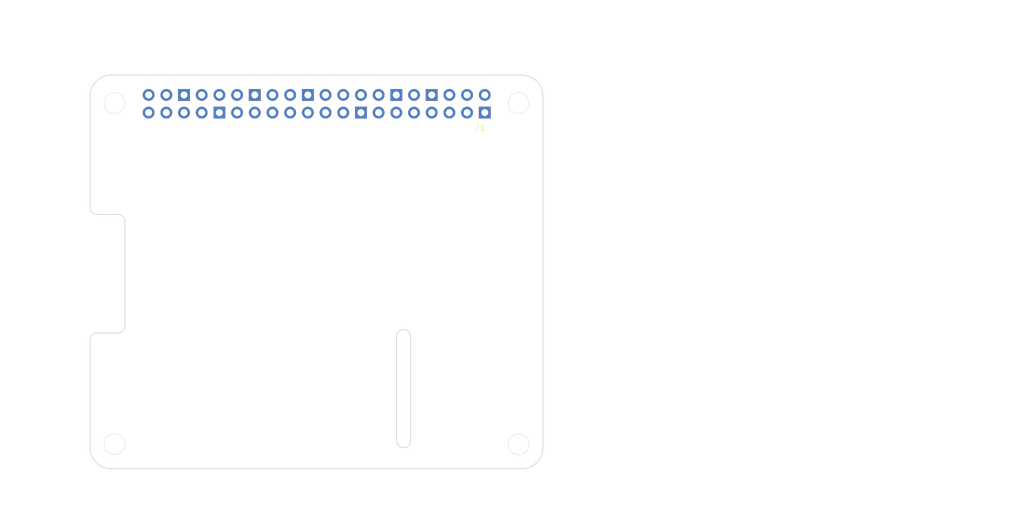
<source format=kicad_pcb>
(kicad_pcb (version 20241229) (generator "pcbnew") (generator_version "9.0")
  (layers (0 "F.Cu" signal) (2 "B.Cu" signal) (13 "F.Paste" user) (15 "B.Paste" user) (5 "F.SilkS" user "F.Silkscreen") (7 "B.SilkS" user "B.Silkscreen") (1 "F.Mask" user) (3 "B.Mask" user) (25 "Edge.Cuts" user))
  (net 0 "")
  (footprint "RPI_Hat:RPI_Hat_B+" (layer "F.Cu") (at 148.96 60.622)
    (property "Reference" "J1" (at 23.5 3.5 0) (layer "F.SilkS") (effects (font (thickness 0.1))))
    (property "Value" "RPi_GPIO")
    (fp_line (start -32.5 -1) (end -32.5 15) (stroke (width 0.1)) (layer "Edge.Cuts"))
    (fp_line (start -32.5 34) (end -32.5 49.5) (stroke (width 0.1)) (layer "Edge.Cuts"))
    (fp_line (start -31.5 16) (end -28.5 16) (stroke (width 0.1)) (layer "Edge.Cuts"))
    (fp_line (start -31.5 33) (end -28.5 33) (stroke (width 0.1)) (layer "Edge.Cuts"))
    (fp_line (start -29.5 -4) (end 29.5 -4) (stroke (width 0.1)) (layer "Edge.Cuts"))
    (fp_line (start -29.5 52.5) (end 29.5 52.5) (stroke (width 0.1)) (layer "Edge.Cuts"))
    (fp_line (start -27.5 17) (end -27.5 32) (stroke (width 0.1)) (layer "Edge.Cuts"))
    (fp_line (start 11.5 33.5) (end 11.5 48.5) (stroke (width 0.1)) (layer "Edge.Cuts"))
    (fp_line (start 13.5 33.5) (end 13.5 48.5) (stroke (width 0.1)) (layer "Edge.Cuts"))
    (fp_line (start 32.5 -1) (end 32.5 49.5) (stroke (width 0.1)) (layer "Edge.Cuts"))
    (fp_arc (start -32.5 -1) (mid -31.62132 -3.12132) (end -29.5 -4) (stroke (width 0.1)) (layer "Edge.Cuts"))
    (fp_arc (start -32.5 34) (mid -32.207107 33.292893) (end -31.5 33) (stroke (width 0.1)) (layer "Edge.Cuts"))
    (fp_arc (start -31.5 16) (mid -32.207107 15.707107) (end -32.5 15) (stroke (width 0.1)) (layer "Edge.Cuts"))
    (fp_arc (start -29.5 52.5) (mid -31.62132 51.62132) (end -32.5 49.5) (stroke (width 0.1)) (layer "Edge.Cuts"))
    (fp_arc (start -28.5 16) (mid -27.792893 16.292893) (end -27.5 17) (stroke (width 0.1)) (layer "Edge.Cuts"))
    (fp_arc (start -27.5 32) (mid -27.792893 32.707107) (end -28.5 33) (stroke (width 0.1)) (layer "Edge.Cuts"))
    (fp_arc (start 11.5 33.5) (mid 12.5 32.5) (end 13.5 33.5) (stroke (width 0.1)) (layer "Edge.Cuts"))
    (fp_arc (start 13.5 48.5) (mid 12.5 49.5) (end 11.5 48.5) (stroke (width 0.1)) (layer "Edge.Cuts"))
    (fp_arc (start 29.5 -4) (mid 31.62132 -3.12132) (end 32.5 -1) (stroke (width 0.1)) (layer "Edge.Cuts"))
    (fp_arc (start 32.5 49.5) (mid 31.62132 51.62132) (end 29.5 52.5) (stroke (width 0.1)) (layer "Edge.Cuts"))
    (fp_circle (center -29 0) (end -30.500001 -0.000001) (stroke (width 0.05)) (fill no) (layer "Edge.Cuts"))
    (fp_circle (center -29 49) (end -30.500001 49.000001) (stroke (width 0.05)) (fill no) (layer "Edge.Cuts"))
    (fp_circle (center 29 0) (end 30.500001 -0.000001) (stroke (width 0.05)) (fill no) (layer "Edge.Cuts"))
    (fp_circle (center 29 49) (end 30.500001 49.000001) (stroke (width 0.05)) (fill no) (layer "Edge.Cuts"))
    (pad "1" thru_hole circle (at -24.1 1.378 90) (size 1.7 1.7) (drill 1) (layers "*.Cu" "*.Mask"))
    (pad "2" thru_hole oval (at -24.1 -1.162 90) (size 1.7 1.7) (drill 1) (layers "*.Cu" "*.Mask"))
    (pad "3" thru_hole oval (at -21.56 1.378 90) (size 1.7 1.7) (drill 1) (layers "*.Cu" "*.Mask"))
    (pad "4" thru_hole oval (at -21.56 -1.162 90) (size 1.7 1.7) (drill 1) (layers "*.Cu" "*.Mask"))
    (pad "5" thru_hole oval (at -19.02 1.378 90) (size 1.7 1.7) (drill 1) (layers "*.Cu" "*.Mask"))
    (pad "6" thru_hole rect (at -19.02 -1.162 90) (size 1.7 1.7) (drill 1) (layers "*.Cu" "*.Mask"))
    (pad "7" thru_hole oval (at -16.48 1.378 90) (size 1.7 1.7) (drill 1) (layers "*.Cu" "*.Mask"))
    (pad "8" thru_hole oval (at -16.48 -1.162 90) (size 1.7 1.7) (drill 1) (layers "*.Cu" "*.Mask"))
    (pad "9" thru_hole rect (at -13.94 1.378 90) (size 1.7 1.7) (drill 1) (layers "*.Cu" "*.Mask"))
    (pad "10" thru_hole oval (at -13.94 -1.162 90) (size 1.7 1.7) (drill 1) (layers "*.Cu" "*.Mask"))
    (pad "11" thru_hole oval (at -11.4 1.378 90) (size 1.7 1.7) (drill 1) (layers "*.Cu" "*.Mask"))
    (pad "12" thru_hole oval (at -11.4 -1.162 90) (size 1.7 1.7) (drill 1) (layers "*.Cu" "*.Mask"))
    (pad "13" thru_hole oval (at -8.86 1.378 90) (size 1.7 1.7) (drill 1) (layers "*.Cu" "*.Mask"))
    (pad "14" thru_hole rect (at -8.86 -1.162 90) (size 1.7 1.7) (drill 1) (layers "*.Cu" "*.Mask"))
    (pad "15" thru_hole oval (at -6.32 1.378 90) (size 1.7 1.7) (drill 1) (layers "*.Cu" "*.Mask"))
    (pad "16" thru_hole oval (at -6.32 -1.162 90) (size 1.7 1.7) (drill 1) (layers "*.Cu" "*.Mask"))
    (pad "17" thru_hole oval (at -3.78 1.378 90) (size 1.7 1.7) (drill 1) (layers "*.Cu" "*.Mask"))
    (pad "18" thru_hole oval (at -3.78 -1.162 90) (size 1.7 1.7) (drill 1) (layers "*.Cu" "*.Mask"))
    (pad "19" thru_hole oval (at -1.24 1.378 90) (size 1.7 1.7) (drill 1) (layers "*.Cu" "*.Mask"))
    (pad "20" thru_hole rect (at -1.24 -1.162 90) (size 1.7 1.7) (drill 1) (layers "*.Cu" "*.Mask"))
    (pad "21" thru_hole oval (at 1.3 1.378 90) (size 1.7 1.7) (drill 1) (layers "*.Cu" "*.Mask"))
    (pad "22" thru_hole oval (at 1.3 -1.162 90) (size 1.7 1.7) (drill 1) (layers "*.Cu" "*.Mask"))
    (pad "23" thru_hole oval (at 3.84 1.378 90) (size 1.7 1.7) (drill 1) (layers "*.Cu" "*.Mask"))
    (pad "24" thru_hole oval (at 3.84 -1.162 90) (size 1.7 1.7) (drill 1) (layers "*.Cu" "*.Mask"))
    (pad "25" thru_hole rect (at 6.38 1.378 90) (size 1.7 1.7) (drill 1) (layers "*.Cu" "*.Mask"))
    (pad "26" thru_hole oval (at 6.38 -1.162 90) (size 1.7 1.7) (drill 1) (layers "*.Cu" "*.Mask"))
    (pad "27" thru_hole oval (at 8.92 1.378 90) (size 1.7 1.7) (drill 1) (layers "*.Cu" "*.Mask"))
    (pad "28" thru_hole oval (at 8.92 -1.162 90) (size 1.7 1.7) (drill 1) (layers "*.Cu" "*.Mask"))
    (pad "29" thru_hole oval (at 11.46 1.378 90) (size 1.7 1.7) (drill 1) (layers "*.Cu" "*.Mask"))
    (pad "30" thru_hole rect (at 11.46 -1.162 90) (size 1.7 1.7) (drill 1) (layers "*.Cu" "*.Mask"))
    (pad "31" thru_hole oval (at 14 1.378 90) (size 1.7 1.7) (drill 1) (layers "*.Cu" "*.Mask"))
    (pad "32" thru_hole oval (at 14 -1.162 90) (size 1.7 1.7) (drill 1) (layers "*.Cu" "*.Mask"))
    (pad "33" thru_hole oval (at 16.54 1.378 90) (size 1.7 1.7) (drill 1) (layers "*.Cu" "*.Mask"))
    (pad "34" thru_hole rect (at 16.54 -1.162 90) (size 1.7 1.7) (drill 1) (layers "*.Cu" "*.Mask"))
    (pad "35" thru_hole oval (at 19.08 1.378 90) (size 1.7 1.7) (drill 1) (layers "*.Cu" "*.Mask"))
    (pad "36" thru_hole oval (at 19.08 -1.162 90) (size 1.7 1.7) (drill 1) (layers "*.Cu" "*.Mask"))
    (pad "37" thru_hole oval (at 21.62 1.378 90) (size 1.7 1.7) (drill 1) (layers "*.Cu" "*.Mask"))
    (pad "38" thru_hole oval (at 21.62 -1.162 90) (size 1.7 1.7) (drill 1) (layers "*.Cu" "*.Mask"))
    (pad "39" thru_hole rect (at 24.16 1.378 90) (size 1.7 1.7) (drill 1) (layers "*.Cu" "*.Mask"))
    (pad "40" thru_hole oval (at 24.16 -1.162 90) (size 1.7 1.7) (drill 1) (layers "*.Cu" "*.Mask"))
  )
)
</source>
